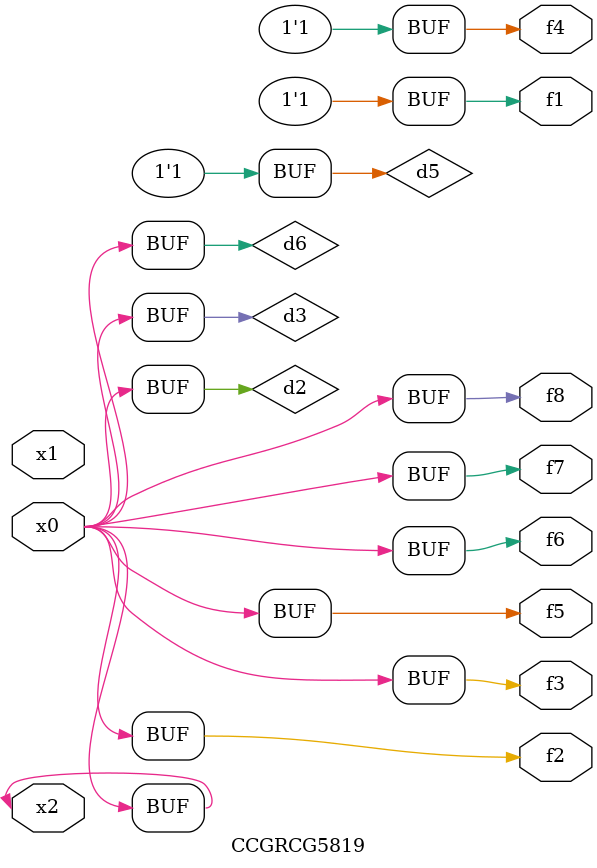
<source format=v>
module CCGRCG5819(
	input x0, x1, x2,
	output f1, f2, f3, f4, f5, f6, f7, f8
);

	wire d1, d2, d3, d4, d5, d6;

	xnor (d1, x2);
	buf (d2, x0, x2);
	and (d3, x0);
	xnor (d4, x1, x2);
	nand (d5, d1, d3);
	buf (d6, d2, d3);
	assign f1 = d5;
	assign f2 = d6;
	assign f3 = d6;
	assign f4 = d5;
	assign f5 = d6;
	assign f6 = d6;
	assign f7 = d6;
	assign f8 = d6;
endmodule

</source>
